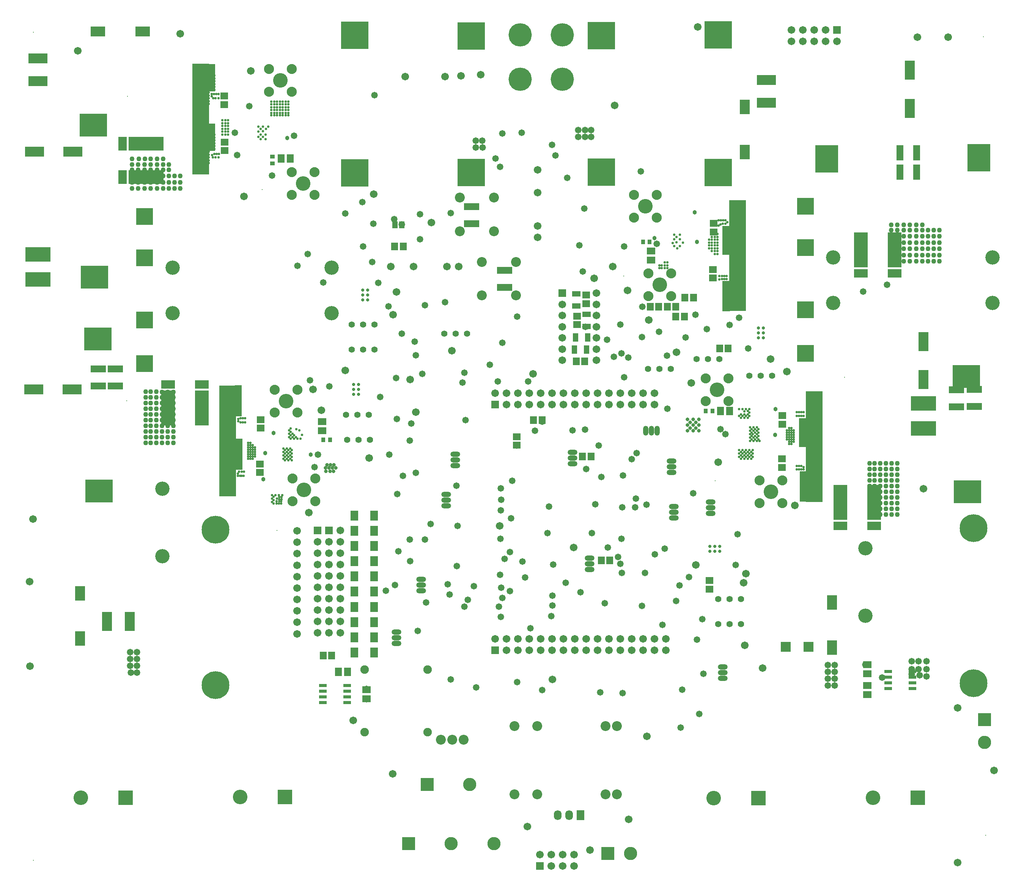
<source format=gbs>
G04 Layer_Color=16711935*
%FSLAX25Y25*%
%MOIN*%
G70*
G01*
G75*
%ADD134R,0.05918X0.06706*%
%ADD136R,0.06706X0.05918*%
%ADD137R,0.06706X0.06706*%
%ADD138R,0.05131X0.06312*%
%ADD140R,0.06706X0.06706*%
%ADD145R,0.07493X0.05131*%
%ADD147R,0.07099X0.08674*%
%ADD150R,0.13792X0.06312*%
%ADD151R,0.16548X0.08674*%
%ADD157R,0.07493X0.05918*%
%ADD158R,0.05918X0.07493*%
%ADD161R,0.05131X0.07493*%
%ADD168R,0.06902X0.03162*%
%ADD170R,0.08674X0.12611*%
%ADD171R,0.12611X0.08674*%
%ADD175R,0.08674X0.16548*%
%ADD177R,0.22453X0.12611*%
%ADD188C,0.06706*%
%ADD189C,0.00800*%
%ADD190C,0.08674*%
%ADD191O,0.04737X0.08674*%
%ADD192O,0.04737X0.08674*%
%ADD193O,0.08674X0.04737*%
%ADD194O,0.08674X0.04737*%
%ADD195C,0.07493*%
%ADD196C,0.05524*%
%ADD197C,0.08800*%
%ADD198C,0.12800*%
%ADD199R,0.08674X0.08674*%
%ADD200R,0.11627X0.11627*%
%ADD201C,0.11627*%
%ADD202R,0.12800X0.12800*%
%ADD203R,0.14579X0.14579*%
%ADD204C,0.12611*%
%ADD205R,0.11627X0.11627*%
%ADD206C,0.20485*%
%ADD207R,0.08674X0.08674*%
%ADD208R,0.24422X0.24422*%
%ADD209C,0.16548*%
%ADD210O,0.06706X0.08674*%
%ADD211R,0.06706X0.08674*%
%ADD212C,0.24422*%
%ADD213C,0.05800*%
%ADD214C,0.04300*%
%ADD215C,0.02300*%
%ADD216C,0.03800*%
%ADD217C,0.03300*%
%ADD218C,0.02768*%
%ADD219R,0.03556X0.04343*%
%ADD220R,0.04343X0.03556*%
%ADD221R,0.20485X0.24422*%
%ADD222R,0.24422X0.20485*%
%ADD223R,0.12414X0.07414*%
%ADD224R,0.12414X0.30800*%
%ADD225R,0.14800X0.97300*%
%ADD226R,0.06600X0.26900*%
%ADD227R,0.06100X0.27400*%
%ADD228R,0.06300X0.24300*%
%ADD229R,0.07414X0.12414*%
%ADD230R,0.30800X0.12414*%
%ADD231R,0.06800X0.26800*%
%ADD232R,0.06800X0.25800*%
%ADD233R,0.06312X0.13792*%
D134*
X1847760Y2449000D02*
D03*
X1855240D02*
D03*
X1864260Y2357500D02*
D03*
X1871740D02*
D03*
X1620020Y2274000D02*
D03*
X1627500D02*
D03*
X1842260Y2532500D02*
D03*
X1849740D02*
D03*
X1907260Y2580500D02*
D03*
X1914740D02*
D03*
X1922260D02*
D03*
X1929740D02*
D03*
X1929760Y2572000D02*
D03*
X1937240D02*
D03*
X1937760Y2588500D02*
D03*
X1945240D02*
D03*
X1804760Y2481000D02*
D03*
X1812240D02*
D03*
X1968260Y2544000D02*
D03*
X1975740D02*
D03*
X1690240Y2633500D02*
D03*
X1682760D02*
D03*
D136*
X1843000Y2572240D02*
D03*
Y2564760D02*
D03*
X1851000Y2590740D02*
D03*
Y2583260D02*
D03*
X1959500Y2332260D02*
D03*
Y2339740D02*
D03*
X1790000Y2466240D02*
D03*
Y2458760D02*
D03*
X1565000Y2473760D02*
D03*
Y2481240D02*
D03*
X1564500Y2442240D02*
D03*
Y2434760D02*
D03*
X1533000Y2758260D02*
D03*
Y2765740D02*
D03*
X1533500Y2725240D02*
D03*
Y2717760D02*
D03*
X2023000Y2446740D02*
D03*
Y2439260D02*
D03*
X2023500Y2477260D02*
D03*
Y2484740D02*
D03*
X1962500Y2613240D02*
D03*
Y2605760D02*
D03*
X1963000Y2646260D02*
D03*
Y2653740D02*
D03*
D137*
X1771000Y2278500D02*
D03*
X2071500Y2824000D02*
D03*
X1771000Y2494500D02*
D03*
X1830079Y2592528D02*
D03*
X1810500Y2088894D02*
D03*
D138*
X1683047Y2652500D02*
D03*
X1688953D02*
D03*
D140*
X1625000Y2384000D02*
D03*
X1615000D02*
D03*
D145*
X1851500Y2573815D02*
D03*
Y2563185D02*
D03*
X1842500Y2591815D02*
D03*
Y2581185D02*
D03*
D147*
X1664661Y2276500D02*
D03*
X1647339D02*
D03*
X1664661Y2397000D02*
D03*
X1647339D02*
D03*
X1664661Y2383611D02*
D03*
X1647339D02*
D03*
X1664661Y2370222D02*
D03*
X1647339D02*
D03*
X1664661Y2356833D02*
D03*
X1647339D02*
D03*
X1664661Y2343444D02*
D03*
X1647339D02*
D03*
X1664661Y2330056D02*
D03*
X1647339D02*
D03*
X1664661Y2316667D02*
D03*
X1647339D02*
D03*
X1664661Y2303278D02*
D03*
X1647339D02*
D03*
X1664661Y2289889D02*
D03*
X1647339D02*
D03*
D150*
X1779500Y2612480D02*
D03*
Y2597520D02*
D03*
X1437400Y2525980D02*
D03*
Y2511020D02*
D03*
X1422400Y2525980D02*
D03*
Y2511020D02*
D03*
X2176500Y2507480D02*
D03*
Y2492520D02*
D03*
X2192000Y2507980D02*
D03*
Y2493020D02*
D03*
X1750500Y2653520D02*
D03*
Y2668480D02*
D03*
D151*
X1369500Y2799000D02*
D03*
Y2779000D02*
D03*
X1366500Y2717000D02*
D03*
X1400000D02*
D03*
X1399200Y2508000D02*
D03*
X1365700D02*
D03*
X2009500Y2760000D02*
D03*
Y2780000D02*
D03*
D157*
X1658000Y2236000D02*
D03*
Y2244000D02*
D03*
X1907878Y2621500D02*
D03*
Y2629500D02*
D03*
X1619000Y2479500D02*
D03*
Y2471500D02*
D03*
X2098000Y2266000D02*
D03*
Y2258000D02*
D03*
Y2239500D02*
D03*
Y2247500D02*
D03*
D158*
X1590912Y2710912D02*
D03*
X1582912D02*
D03*
X1633500Y2259500D02*
D03*
X1641500D02*
D03*
X1977000Y2489000D02*
D03*
X1969000D02*
D03*
D161*
X1841685Y2553500D02*
D03*
X1852315D02*
D03*
X1840685Y2543000D02*
D03*
X1851315D02*
D03*
D168*
X1641075Y2232543D02*
D03*
Y2237563D02*
D03*
Y2242583D02*
D03*
Y2247602D02*
D03*
X1619815D02*
D03*
Y2242583D02*
D03*
Y2237563D02*
D03*
Y2232543D02*
D03*
X2116425Y2259957D02*
D03*
Y2254937D02*
D03*
Y2249917D02*
D03*
Y2244898D02*
D03*
X2137685D02*
D03*
Y2249917D02*
D03*
Y2254937D02*
D03*
Y2259957D02*
D03*
D170*
X1406500Y2328402D02*
D03*
Y2288902D02*
D03*
X1990500Y2716598D02*
D03*
Y2756098D02*
D03*
X2067000Y2320402D02*
D03*
Y2280902D02*
D03*
D171*
X1461402Y2822500D02*
D03*
X1421902D02*
D03*
D175*
X2135500Y2755000D02*
D03*
Y2788500D02*
D03*
X2147500Y2550000D02*
D03*
Y2516500D02*
D03*
X1450000Y2304000D02*
D03*
X1430000D02*
D03*
D177*
X1369500Y2604500D02*
D03*
Y2626500D02*
D03*
X2147500Y2473500D02*
D03*
Y2495500D02*
D03*
D188*
X2013000Y2534500D02*
D03*
X1681500Y2573500D02*
D03*
X1930500Y2540500D02*
D03*
X1775000Y2388000D02*
D03*
X1804500Y2521500D02*
D03*
X1943500Y2513500D02*
D03*
X1684500Y2593500D02*
D03*
X2027500Y2523500D02*
D03*
X1733000Y2542000D02*
D03*
X1947500Y2353500D02*
D03*
X1991500Y2346000D02*
D03*
X1664500Y2679500D02*
D03*
X1990500Y2283000D02*
D03*
X1989500Y2338000D02*
D03*
X1858000Y2605500D02*
D03*
X1840000Y2369000D02*
D03*
X1906000Y2569000D02*
D03*
X1618500Y2489500D02*
D03*
X1660500Y2447500D02*
D03*
X1639500Y2524500D02*
D03*
X1701500Y2488000D02*
D03*
X1597165Y2373444D02*
D03*
Y2363389D02*
D03*
Y2353333D02*
D03*
Y2303056D02*
D03*
Y2313111D02*
D03*
Y2323167D02*
D03*
Y2293000D02*
D03*
Y2333222D02*
D03*
Y2383500D02*
D03*
Y2343278D02*
D03*
X2177500Y2092000D02*
D03*
Y2228000D02*
D03*
X2147500Y2420500D02*
D03*
X2209500Y2173000D02*
D03*
X1365000Y2394000D02*
D03*
X1362500Y2264500D02*
D03*
X1771000Y2288500D02*
D03*
X1781000Y2278500D02*
D03*
Y2288500D02*
D03*
X1791000Y2278500D02*
D03*
Y2288500D02*
D03*
X1801000Y2278500D02*
D03*
Y2288500D02*
D03*
X1811000Y2278500D02*
D03*
Y2288500D02*
D03*
X1821000Y2278500D02*
D03*
Y2288500D02*
D03*
X1831000Y2278500D02*
D03*
Y2288500D02*
D03*
X1841000Y2278500D02*
D03*
Y2288500D02*
D03*
X1851000Y2278500D02*
D03*
Y2288500D02*
D03*
X1861000Y2278500D02*
D03*
Y2288500D02*
D03*
X1871000Y2278500D02*
D03*
Y2288500D02*
D03*
X1881000Y2278500D02*
D03*
Y2288500D02*
D03*
X1891000Y2278500D02*
D03*
Y2288500D02*
D03*
X1901000Y2278500D02*
D03*
Y2288500D02*
D03*
X1911000Y2278500D02*
D03*
Y2288500D02*
D03*
X1921000Y2278500D02*
D03*
Y2288500D02*
D03*
X1635000Y2384000D02*
D03*
X1625000Y2374000D02*
D03*
X1635000D02*
D03*
X1625000Y2364000D02*
D03*
X1635000D02*
D03*
X1625000Y2354000D02*
D03*
X1635000D02*
D03*
X1625000Y2344000D02*
D03*
X1635000D02*
D03*
X1625000Y2334000D02*
D03*
X1635000D02*
D03*
X1625000Y2324000D02*
D03*
X1635000D02*
D03*
X1625000Y2314000D02*
D03*
X1635000D02*
D03*
X1625000Y2304000D02*
D03*
X1635000D02*
D03*
X1625000Y2294000D02*
D03*
X1635000D02*
D03*
X1615000Y2364000D02*
D03*
Y2294000D02*
D03*
Y2304000D02*
D03*
Y2314000D02*
D03*
Y2324000D02*
D03*
Y2334000D02*
D03*
Y2344000D02*
D03*
Y2354000D02*
D03*
Y2374000D02*
D03*
X2031500Y2814000D02*
D03*
Y2824000D02*
D03*
X2041500Y2814000D02*
D03*
Y2824000D02*
D03*
X2051500Y2814000D02*
D03*
Y2824000D02*
D03*
X2061500Y2814000D02*
D03*
Y2824000D02*
D03*
X2071500Y2814000D02*
D03*
X1771000Y2504500D02*
D03*
X1781000Y2494500D02*
D03*
Y2504500D02*
D03*
X1791000Y2494500D02*
D03*
Y2504500D02*
D03*
X1801000Y2494500D02*
D03*
Y2504500D02*
D03*
X1811000Y2494500D02*
D03*
Y2504500D02*
D03*
X1821000Y2494500D02*
D03*
Y2504500D02*
D03*
X1831000Y2494500D02*
D03*
Y2504500D02*
D03*
X1841000Y2494500D02*
D03*
Y2504500D02*
D03*
X1851000Y2494500D02*
D03*
Y2504500D02*
D03*
X1861000Y2494500D02*
D03*
Y2504500D02*
D03*
X1871000Y2494500D02*
D03*
Y2504500D02*
D03*
X1881000Y2494500D02*
D03*
Y2504500D02*
D03*
X1891000Y2494500D02*
D03*
Y2504500D02*
D03*
X1901000Y2494500D02*
D03*
Y2504500D02*
D03*
X1911000Y2494500D02*
D03*
Y2504500D02*
D03*
X1860000Y2533472D02*
D03*
Y2543315D02*
D03*
Y2553157D02*
D03*
Y2563000D02*
D03*
Y2572842D02*
D03*
Y2582685D02*
D03*
Y2592528D02*
D03*
X1830079Y2533472D02*
D03*
Y2543315D02*
D03*
Y2553157D02*
D03*
Y2563000D02*
D03*
Y2572842D02*
D03*
Y2582685D02*
D03*
X1799500Y2123500D02*
D03*
X1888500Y2130000D02*
D03*
X1758500Y2784500D02*
D03*
X1887500Y2595000D02*
D03*
X1715000Y2654500D02*
D03*
X1876000Y2757500D02*
D03*
X1821500Y2253000D02*
D03*
X2142000Y2817500D02*
D03*
X1949000Y2826500D02*
D03*
X2006000Y2263000D02*
D03*
X1854500Y2103000D02*
D03*
X1727000Y2783000D02*
D03*
X1741000Y2783500D02*
D03*
X1874500Y2616000D02*
D03*
X1611000Y2508000D02*
D03*
X2034500Y2406000D02*
D03*
X1967000Y2444000D02*
D03*
X1607500Y2399500D02*
D03*
X2169000Y2817500D02*
D03*
X1681000Y2170000D02*
D03*
X1692000Y2783000D02*
D03*
X1494500Y2820500D02*
D03*
X1556500Y2788000D02*
D03*
X1550500Y2677500D02*
D03*
X1810500Y2098894D02*
D03*
X1820500Y2088894D02*
D03*
Y2098894D02*
D03*
X1830500Y2088894D02*
D03*
Y2098894D02*
D03*
X1840500Y2088894D02*
D03*
Y2098894D02*
D03*
X1904500Y2203000D02*
D03*
X1696500Y2516500D02*
D03*
X1646500Y2217000D02*
D03*
X1362000Y2339000D02*
D03*
X1404500Y2805500D02*
D03*
X1808488Y2700980D02*
D03*
Y2681000D02*
D03*
Y2651669D02*
D03*
Y2641630D02*
D03*
X1679500Y2616000D02*
D03*
X1699480D02*
D03*
X1728811D02*
D03*
X1738850D02*
D03*
D189*
X1884000Y2607500D02*
D03*
X1448000Y2765500D02*
D03*
X2078000Y2518500D02*
D03*
X1566500Y2683500D02*
D03*
X1447500Y2498000D02*
D03*
X1579500Y2384000D02*
D03*
X1964500Y2427500D02*
D03*
X2202000Y2116000D02*
D03*
X1365500Y2094000D02*
D03*
Y2822000D02*
D03*
X2200000Y2818000D02*
D03*
D190*
X1878000Y2212000D02*
D03*
X1868000D02*
D03*
X1808000D02*
D03*
X1788000D02*
D03*
Y2152000D02*
D03*
X1808000D02*
D03*
X1868000D02*
D03*
X1878000D02*
D03*
X1740000Y2676500D02*
D03*
Y2647000D02*
D03*
X1770000D02*
D03*
Y2676500D02*
D03*
X1789500Y2590500D02*
D03*
Y2620000D02*
D03*
X1759500D02*
D03*
Y2590500D02*
D03*
X1723500Y2200000D02*
D03*
X1733500D02*
D03*
X1743500D02*
D03*
D191*
X1903500Y2471500D02*
D03*
D192*
X1908500D02*
D03*
X1913500D02*
D03*
D193*
X1971000Y2264000D02*
D03*
X1736000Y2441000D02*
D03*
X1706000Y2331000D02*
D03*
X1684500Y2284500D02*
D03*
X1928000Y2405000D02*
D03*
X1839000Y2452500D02*
D03*
X1926000Y2445000D02*
D03*
X1960500Y2409000D02*
D03*
X1728000Y2405500D02*
D03*
X1854000Y2349500D02*
D03*
D194*
X1971000Y2259000D02*
D03*
Y2254000D02*
D03*
X1736000Y2446000D02*
D03*
Y2451000D02*
D03*
X1706000Y2336000D02*
D03*
Y2341000D02*
D03*
X1684500Y2289500D02*
D03*
Y2294500D02*
D03*
X1928000Y2395000D02*
D03*
Y2400000D02*
D03*
X1839000Y2447500D02*
D03*
Y2442500D02*
D03*
X1926000Y2440000D02*
D03*
Y2435000D02*
D03*
X1960500Y2404000D02*
D03*
Y2399000D02*
D03*
X1728000Y2410500D02*
D03*
Y2415500D02*
D03*
X1854000Y2354500D02*
D03*
Y2359500D02*
D03*
D195*
X1656500Y2261618D02*
D03*
X1711618D02*
D03*
Y2206500D02*
D03*
X1656500D02*
D03*
D196*
X1726500Y2557000D02*
D03*
X1736500D02*
D03*
X1746500D02*
D03*
X1925500Y2526000D02*
D03*
X1915500D02*
D03*
X1905500D02*
D03*
X1948000Y2534500D02*
D03*
X1958000D02*
D03*
X1968000D02*
D03*
X1994500Y2520000D02*
D03*
X2004500D02*
D03*
X2014500D02*
D03*
X1987000Y2323500D02*
D03*
X1977000D02*
D03*
X1967000D02*
D03*
X1987000Y2301500D02*
D03*
X1977000D02*
D03*
X1967000D02*
D03*
X1640000Y2485500D02*
D03*
X1650000D02*
D03*
X1660000D02*
D03*
X1641000Y2463500D02*
D03*
X1651000D02*
D03*
X1661000D02*
D03*
X1645000Y2565000D02*
D03*
X1655000D02*
D03*
X1665000D02*
D03*
X1645000Y2543000D02*
D03*
X1655000D02*
D03*
X1665000D02*
D03*
D197*
X1956000Y2517500D02*
D03*
X1976000D02*
D03*
Y2497500D02*
D03*
X1956000D02*
D03*
X1905835Y2610000D02*
D03*
X1925835D02*
D03*
Y2590000D02*
D03*
X1905835D02*
D03*
X1572500Y2789500D02*
D03*
X1592500D02*
D03*
Y2769500D02*
D03*
X1572500D02*
D03*
X1613000Y2429500D02*
D03*
Y2409500D02*
D03*
X1593000D02*
D03*
Y2429500D02*
D03*
X1577500Y2487500D02*
D03*
X1597500D02*
D03*
Y2507500D02*
D03*
X1577500D02*
D03*
X1592500Y2679000D02*
D03*
X1612500D02*
D03*
Y2699000D02*
D03*
X1592500D02*
D03*
X1893000Y2659000D02*
D03*
X1913000D02*
D03*
Y2679000D02*
D03*
X1893000D02*
D03*
X2003500Y2408000D02*
D03*
X2023500D02*
D03*
Y2428000D02*
D03*
X2003500D02*
D03*
D198*
X1966000Y2507500D02*
D03*
X1407000Y2149000D02*
D03*
X1915835Y2600000D02*
D03*
X1582500Y2779500D02*
D03*
X1603000Y2419500D02*
D03*
X1587500Y2497500D02*
D03*
X1602500Y2689000D02*
D03*
X1903000Y2669000D02*
D03*
X1547000Y2149500D02*
D03*
X2103130Y2149000D02*
D03*
X1963130Y2148500D02*
D03*
X2013500Y2418000D02*
D03*
D199*
X1369500Y2799000D02*
D03*
Y2779000D02*
D03*
X1461402Y2822500D02*
D03*
X1421902D02*
D03*
X1366500Y2717000D02*
D03*
X1400000D02*
D03*
X1399200Y2508000D02*
D03*
X1365700D02*
D03*
X2009500Y2760000D02*
D03*
Y2780000D02*
D03*
D200*
X1870020Y2100000D02*
D03*
X1695020Y2108685D02*
D03*
X1711300Y2160400D02*
D03*
D201*
X1890000Y2100000D02*
D03*
X1732500Y2108685D02*
D03*
X1769980D02*
D03*
X1748800Y2160400D02*
D03*
X2200936Y2197626D02*
D03*
D202*
X1446370Y2149000D02*
D03*
X1586370Y2149500D02*
D03*
X2142500Y2149000D02*
D03*
X2002500Y2148500D02*
D03*
D203*
X1463012Y2623500D02*
D03*
Y2660000D02*
D03*
Y2569000D02*
D03*
Y2530500D02*
D03*
X2043512Y2632500D02*
D03*
Y2669000D02*
D03*
Y2578000D02*
D03*
Y2539500D02*
D03*
D204*
X1627472Y2575000D02*
D03*
X1487528D02*
D03*
Y2615000D02*
D03*
X1627472D02*
D03*
X1478795Y2361346D02*
D03*
Y2420512D02*
D03*
X2096500Y2309000D02*
D03*
Y2368165D02*
D03*
X2207972Y2584000D02*
D03*
X2068028D02*
D03*
Y2624000D02*
D03*
X2207972D02*
D03*
D205*
X2200936Y2217606D02*
D03*
D206*
X1830000Y2819500D02*
D03*
X1793000D02*
D03*
Y2780500D02*
D03*
X1830000D02*
D03*
D207*
X1406500Y2328402D02*
D03*
Y2288902D02*
D03*
X2135500Y2755000D02*
D03*
Y2788500D02*
D03*
X2147500Y2550000D02*
D03*
Y2516500D02*
D03*
X2046500Y2281500D02*
D03*
X2026500D02*
D03*
X1450000Y2304000D02*
D03*
X1430000D02*
D03*
X1990500Y2716598D02*
D03*
Y2756098D02*
D03*
X2067000Y2320402D02*
D03*
Y2280902D02*
D03*
D208*
X1750110Y2818567D02*
D03*
Y2698567D02*
D03*
X1647610Y2698067D02*
D03*
Y2819067D02*
D03*
X1864390Y2698933D02*
D03*
Y2818933D02*
D03*
X1966890Y2819433D02*
D03*
Y2698433D02*
D03*
D209*
X2062402Y2710500D02*
D03*
X2195902Y2711500D02*
D03*
X1418000Y2740098D02*
D03*
X1419000Y2606598D02*
D03*
X1422000Y2552098D02*
D03*
X1423000Y2418598D02*
D03*
X2185992Y2417980D02*
D03*
X2185000Y2519244D02*
D03*
D210*
X1826000Y2133500D02*
D03*
X1836000D02*
D03*
D211*
X1846000D02*
D03*
D212*
X1525500Y2248000D02*
D03*
Y2384500D02*
D03*
X2191500Y2386000D02*
D03*
Y2249500D02*
D03*
D213*
X2137000Y2257500D02*
D03*
X2144000Y2256500D02*
D03*
X1777500Y2733000D02*
D03*
X1844000Y2736000D02*
D03*
X1850000D02*
D03*
X1794500Y2733500D02*
D03*
X1947000Y2573500D02*
D03*
X1900500Y2580500D02*
D03*
X1938500Y2553500D02*
D03*
X1784000Y2365000D02*
D03*
X1785000Y2394500D02*
D03*
X1668500Y2601500D02*
D03*
X1689000Y2653000D02*
D03*
X1850000Y2472500D02*
D03*
X2063500Y2253500D02*
D03*
Y2259500D02*
D03*
X1950500Y2222500D02*
D03*
X1934000Y2210500D02*
D03*
X1754500Y2246000D02*
D03*
X1895500Y2452000D02*
D03*
X1862000Y2458500D02*
D03*
X1776000Y2421000D02*
D03*
X1839000Y2472000D02*
D03*
X1745000Y2481000D02*
D03*
X1744000Y2522500D02*
D03*
X1786000Y2427500D02*
D03*
X1864500Y2431000D02*
D03*
X1883500Y2432260D02*
D03*
X1891000Y2446500D02*
D03*
X1851000Y2438000D02*
D03*
X1870000Y2369000D02*
D03*
X1904000Y2406500D02*
D03*
X1859000Y2407000D02*
D03*
X1879000Y2360500D02*
D03*
X1846000Y2329500D02*
D03*
X1954000Y2258000D02*
D03*
X1920000Y2368000D02*
D03*
X1881000Y2354500D02*
D03*
X1894000Y2404260D02*
D03*
X1882740D02*
D03*
X1911500Y2363000D02*
D03*
X1882000Y2376500D02*
D03*
X1894740Y2411740D02*
D03*
X1882260Y2346500D02*
D03*
X1902760D02*
D03*
X1775750Y2376500D02*
D03*
X1738000Y2388000D02*
D03*
X1714500Y2389500D02*
D03*
X1709500Y2376000D02*
D03*
X1820500Y2308500D02*
D03*
X1797500Y2342500D02*
D03*
X1779500Y2359000D02*
D03*
X1795000Y2356500D02*
D03*
X1737000Y2423260D02*
D03*
X1701500Y2434500D02*
D03*
X1784000Y2330500D02*
D03*
X1777500Y2324500D02*
D03*
X1747000Y2323000D02*
D03*
X1710240Y2320500D02*
D03*
X1703000Y2295500D02*
D03*
X1790500Y2250500D02*
D03*
X1802000Y2298000D02*
D03*
X1775500Y2345000D02*
D03*
X1776500Y2333500D02*
D03*
X1774260Y2317000D02*
D03*
X1776000Y2308000D02*
D03*
X1821500Y2326500D02*
D03*
Y2318000D02*
D03*
X1729500Y2336500D02*
D03*
X1744000Y2317000D02*
D03*
X1737500Y2352500D02*
D03*
X1732000Y2253000D02*
D03*
X1731000Y2327500D02*
D03*
X1752500Y2335000D02*
D03*
X1776000Y2401500D02*
D03*
X1683000Y2336000D02*
D03*
X1922000Y2537500D02*
D03*
X1675000Y2331000D02*
D03*
X1776500Y2411000D02*
D03*
X1884500Y2518500D02*
D03*
X1915000Y2558500D02*
D03*
X1832953Y2338000D02*
D03*
X1900000Y2317500D02*
D03*
X1822000Y2354000D02*
D03*
X1817000Y2381500D02*
D03*
X1856000D02*
D03*
X1818500Y2405000D02*
D03*
X1945000Y2416500D02*
D03*
X1655000Y2633500D02*
D03*
X1824000Y2713500D02*
D03*
X1834500Y2694000D02*
D03*
X1844847Y2634500D02*
D03*
X1883000Y2241000D02*
D03*
X1863500Y2241500D02*
D03*
X1888000Y2536000D02*
D03*
X1900000Y2554000D02*
D03*
X1800000Y2515000D02*
D03*
X1742500Y2514000D02*
D03*
X1685000Y2416000D02*
D03*
X1696500Y2357000D02*
D03*
X1707000Y2521500D02*
D03*
X1690000Y2431996D02*
D03*
X1709421Y2581740D02*
D03*
X1696000Y2376000D02*
D03*
X1686000Y2365500D02*
D03*
X1918000Y2301000D02*
D03*
X1867500Y2320000D02*
D03*
X1775500Y2703500D02*
D03*
X1771500Y2711000D02*
D03*
X1754000Y2720500D02*
D03*
X1760000D02*
D03*
X1754000Y2726500D02*
D03*
X1773500Y2515000D02*
D03*
X1790500Y2572000D02*
D03*
X1777500Y2549000D02*
D03*
X1848000Y2611500D02*
D03*
X1705000Y2640000D02*
D03*
X1985500Y2571000D02*
D03*
X1766500Y2529500D02*
D03*
X1727000Y2584500D02*
D03*
X1665000Y2766500D02*
D03*
X1606500Y2627000D02*
D03*
X1875500Y2536500D02*
D03*
X1882000Y2539500D02*
D03*
X1850425Y2562760D02*
D03*
X1922500Y2491000D02*
D03*
X1869500Y2551500D02*
D03*
X1881000Y2565000D02*
D03*
X1899000Y2699500D02*
D03*
X1689000Y2557000D02*
D03*
X1957000Y2561000D02*
D03*
X1993500Y2544000D02*
D03*
X1977000Y2564500D02*
D03*
X2115500Y2600000D02*
D03*
X2094500Y2594000D02*
D03*
X1930000Y2322000D02*
D03*
X1933000Y2335500D02*
D03*
X1948500Y2287760D02*
D03*
X1982500Y2353500D02*
D03*
X1941500Y2343000D02*
D03*
X1953000Y2306000D02*
D03*
X1984000Y2380500D02*
D03*
X2104000Y2388500D02*
D03*
X1812500Y2479500D02*
D03*
X1612500Y2439500D02*
D03*
X1790000Y2458500D02*
D03*
X1806000Y2471500D02*
D03*
X2063500Y2265500D02*
D03*
X2069500D02*
D03*
X1456500Y2277000D02*
D03*
Y2259000D02*
D03*
X1450500Y2271000D02*
D03*
Y2277000D02*
D03*
X1759815Y2726500D02*
D03*
X1658000Y2235500D02*
D03*
Y2244500D02*
D03*
X1456500Y2271000D02*
D03*
X1450500Y2265000D02*
D03*
X1456500D02*
D03*
X1451000Y2259000D02*
D03*
X1615500Y2450500D02*
D03*
X1555000Y2757000D02*
D03*
X1544500Y2714000D02*
D03*
X1542500Y2733500D02*
D03*
X1575000Y2696000D02*
D03*
X1705000Y2662000D02*
D03*
X2150000Y2255500D02*
D03*
Y2262000D02*
D03*
X2143000D02*
D03*
X2137000D02*
D03*
Y2269000D02*
D03*
X2143000D02*
D03*
X2150000D02*
D03*
X2069500Y2259500D02*
D03*
Y2247500D02*
D03*
Y2253500D02*
D03*
X2063500Y2247500D02*
D03*
X2096500Y2266000D02*
D03*
X2111000Y2254500D02*
D03*
X1594500Y2731000D02*
D03*
X1639500Y2662500D02*
D03*
X1654500Y2672500D02*
D03*
X1969000Y2473000D02*
D03*
X1973500Y2468500D02*
D03*
X1844000Y2730000D02*
D03*
X1850000D02*
D03*
X1855500Y2736000D02*
D03*
Y2730000D02*
D03*
X1821000Y2723000D02*
D03*
X1913000Y2636000D02*
D03*
X1884500Y2633500D02*
D03*
X1849500Y2667000D02*
D03*
X1732000Y2663000D02*
D03*
X1812500Y2243500D02*
D03*
X1625500Y2510500D02*
D03*
X1608500Y2516000D02*
D03*
X1670000Y2501260D02*
D03*
X1697500Y2478000D02*
D03*
X1597500Y2616500D02*
D03*
X1663000Y2620000D02*
D03*
X1620000Y2602000D02*
D03*
X1677500Y2580760D02*
D03*
X1700500Y2550000D02*
D03*
X1678000Y2450500D02*
D03*
X1684598Y2481902D02*
D03*
X1696000Y2463000D02*
D03*
X1684000Y2518000D02*
D03*
X1701500Y2538000D02*
D03*
X1664000Y2653500D02*
D03*
X1682500Y2657500D02*
D03*
X1935500Y2244000D02*
D03*
D214*
X1488500Y2505500D02*
D03*
X1483500D02*
D03*
X1478500D02*
D03*
X2151500Y2620500D02*
D03*
X2156500D02*
D03*
X2146500D02*
D03*
X2156500Y2631500D02*
D03*
Y2626000D02*
D03*
X2161500D02*
D03*
X2151500Y2631500D02*
D03*
Y2626000D02*
D03*
X2161500Y2620500D02*
D03*
X2156500Y2637000D02*
D03*
X2161500Y2631500D02*
D03*
X2146500Y2626000D02*
D03*
X1452000Y2710500D02*
D03*
X1463500D02*
D03*
X1458000D02*
D03*
X1463000Y2705500D02*
D03*
X1457500D02*
D03*
X1452000D02*
D03*
X1489500Y2684500D02*
D03*
Y2695500D02*
D03*
Y2690000D02*
D03*
X1494500Y2695500D02*
D03*
X1452000Y2701000D02*
D03*
X1457500D02*
D03*
X1463000D02*
D03*
X1468500D02*
D03*
X1474000D02*
D03*
X1479500D02*
D03*
X1452000Y2695500D02*
D03*
X1457500D02*
D03*
X1463000D02*
D03*
X1468500D02*
D03*
X1474000D02*
D03*
X1479500D02*
D03*
X1452000Y2690000D02*
D03*
X1457500D02*
D03*
X1463000D02*
D03*
X1468500D02*
D03*
X1474000D02*
D03*
X1479500D02*
D03*
X1452000Y2684500D02*
D03*
X1457500D02*
D03*
X1463000D02*
D03*
X1468500D02*
D03*
X1474000D02*
D03*
X1479500D02*
D03*
X1484500Y2701000D02*
D03*
Y2695500D02*
D03*
Y2690000D02*
D03*
Y2684500D02*
D03*
X1464000Y2501000D02*
D03*
Y2496000D02*
D03*
Y2491000D02*
D03*
Y2486000D02*
D03*
Y2481000D02*
D03*
Y2476000D02*
D03*
Y2471000D02*
D03*
Y2466000D02*
D03*
Y2461000D02*
D03*
Y2506000D02*
D03*
X1488500Y2501000D02*
D03*
Y2496000D02*
D03*
Y2491000D02*
D03*
Y2486000D02*
D03*
Y2481000D02*
D03*
Y2476000D02*
D03*
Y2471000D02*
D03*
Y2466000D02*
D03*
Y2461000D02*
D03*
X1483500Y2501000D02*
D03*
Y2496000D02*
D03*
Y2491000D02*
D03*
Y2486000D02*
D03*
Y2481000D02*
D03*
Y2476000D02*
D03*
Y2471000D02*
D03*
Y2466000D02*
D03*
Y2461000D02*
D03*
X1478500Y2501000D02*
D03*
Y2496000D02*
D03*
Y2491000D02*
D03*
Y2486000D02*
D03*
Y2481000D02*
D03*
Y2476000D02*
D03*
Y2471000D02*
D03*
Y2466000D02*
D03*
Y2461000D02*
D03*
X1473500Y2501000D02*
D03*
Y2496000D02*
D03*
Y2491000D02*
D03*
Y2486000D02*
D03*
Y2481000D02*
D03*
Y2476000D02*
D03*
Y2471000D02*
D03*
Y2466000D02*
D03*
Y2461000D02*
D03*
X1468500Y2506000D02*
D03*
Y2461000D02*
D03*
Y2466000D02*
D03*
Y2471000D02*
D03*
Y2476000D02*
D03*
Y2481000D02*
D03*
Y2486000D02*
D03*
Y2491000D02*
D03*
Y2496000D02*
D03*
Y2501000D02*
D03*
X1473500Y2506000D02*
D03*
X2114500Y2443000D02*
D03*
X2119500D02*
D03*
X2109500D02*
D03*
X2104500Y2438000D02*
D03*
Y2433000D02*
D03*
Y2428000D02*
D03*
Y2423000D02*
D03*
Y2418000D02*
D03*
Y2413000D02*
D03*
Y2408000D02*
D03*
Y2403000D02*
D03*
Y2398000D02*
D03*
Y2443000D02*
D03*
X2109500Y2398000D02*
D03*
Y2403000D02*
D03*
Y2408000D02*
D03*
Y2413000D02*
D03*
Y2418000D02*
D03*
Y2423000D02*
D03*
Y2428000D02*
D03*
Y2433000D02*
D03*
Y2438000D02*
D03*
X2114500Y2398000D02*
D03*
Y2403000D02*
D03*
Y2408000D02*
D03*
Y2413000D02*
D03*
Y2418000D02*
D03*
Y2423000D02*
D03*
Y2428000D02*
D03*
Y2433000D02*
D03*
Y2438000D02*
D03*
X2119500Y2398000D02*
D03*
Y2403000D02*
D03*
Y2408000D02*
D03*
Y2413000D02*
D03*
Y2418000D02*
D03*
Y2423000D02*
D03*
Y2428000D02*
D03*
Y2433000D02*
D03*
Y2438000D02*
D03*
X2124500Y2398000D02*
D03*
Y2403000D02*
D03*
Y2408000D02*
D03*
Y2413000D02*
D03*
Y2418000D02*
D03*
Y2423000D02*
D03*
Y2428000D02*
D03*
Y2433000D02*
D03*
Y2438000D02*
D03*
Y2443000D02*
D03*
X2100000D02*
D03*
Y2398000D02*
D03*
Y2403000D02*
D03*
Y2408000D02*
D03*
Y2413000D02*
D03*
Y2418000D02*
D03*
Y2423000D02*
D03*
Y2428000D02*
D03*
Y2433000D02*
D03*
Y2438000D02*
D03*
X2141000Y2620500D02*
D03*
X2135500D02*
D03*
X2130000D02*
D03*
X2124500D02*
D03*
X2119000D02*
D03*
X2141000Y2626000D02*
D03*
X2135500D02*
D03*
X2130000D02*
D03*
X2124500D02*
D03*
X2119000D02*
D03*
X2146500Y2631500D02*
D03*
X2141000D02*
D03*
X2135500D02*
D03*
X2130000D02*
D03*
X2124500D02*
D03*
X2119000D02*
D03*
X2146500Y2637000D02*
D03*
X2141000D02*
D03*
X2135500D02*
D03*
X2130000D02*
D03*
X2124500D02*
D03*
X2119000D02*
D03*
X2146500Y2642500D02*
D03*
X2141000D02*
D03*
X2135500D02*
D03*
X2130000D02*
D03*
X2124500D02*
D03*
X2119000D02*
D03*
X2146500Y2648000D02*
D03*
X2141000D02*
D03*
X2135500D02*
D03*
X2130000D02*
D03*
X2124500D02*
D03*
X2119000D02*
D03*
X2151500D02*
D03*
Y2642500D02*
D03*
Y2637000D02*
D03*
X2156500Y2648000D02*
D03*
Y2642500D02*
D03*
X2119000Y2652500D02*
D03*
X2124500D02*
D03*
X2130000D02*
D03*
X2135500D02*
D03*
X2141000D02*
D03*
X2146500D02*
D03*
X2161500Y2637000D02*
D03*
Y2642500D02*
D03*
Y2648000D02*
D03*
X1468500Y2710500D02*
D03*
Y2705500D02*
D03*
X1474000Y2710500D02*
D03*
Y2705500D02*
D03*
X1479500Y2710500D02*
D03*
X1484500Y2705500D02*
D03*
X1479500D02*
D03*
X1494500Y2684500D02*
D03*
Y2690000D02*
D03*
D215*
X1545500Y2482000D02*
D03*
X1547500Y2482500D02*
D03*
X1549500D02*
D03*
X1545500Y2480000D02*
D03*
X1547500Y2479000D02*
D03*
X1549500D02*
D03*
X1919878Y2614500D02*
D03*
X1915378Y2617000D02*
D03*
X1585000Y2447000D02*
D03*
Y2450000D02*
D03*
X1589500Y2445500D02*
D03*
X1588000Y2447000D02*
D03*
X1586500Y2445500D02*
D03*
X1585000Y2453000D02*
D03*
X1591000Y2447000D02*
D03*
X1589500Y2448500D02*
D03*
X1592500Y2445500D02*
D03*
X1588000Y2450000D02*
D03*
X1586500Y2448500D02*
D03*
X1585000Y2456000D02*
D03*
X1591000Y2450000D02*
D03*
X1589500Y2451500D02*
D03*
X1592500Y2448500D02*
D03*
X1588000Y2453000D02*
D03*
X1586500Y2451500D02*
D03*
X1591000Y2453000D02*
D03*
X1589500Y2454500D02*
D03*
X1592500Y2451500D02*
D03*
X1588000Y2456000D02*
D03*
X1586500Y2454500D02*
D03*
X1583300Y2411300D02*
D03*
X1583400Y2413100D02*
D03*
X1583100Y2407400D02*
D03*
Y2409600D02*
D03*
X1584000Y2415000D02*
D03*
X1523000Y2712000D02*
D03*
X1558000Y2447000D02*
D03*
X1556000D02*
D03*
X1554000D02*
D03*
X1560000Y2449000D02*
D03*
Y2451000D02*
D03*
Y2453000D02*
D03*
Y2455000D02*
D03*
Y2457000D02*
D03*
X1558000Y2449000D02*
D03*
Y2451000D02*
D03*
Y2453000D02*
D03*
Y2455000D02*
D03*
Y2457000D02*
D03*
X1556000Y2449000D02*
D03*
Y2451000D02*
D03*
Y2453000D02*
D03*
Y2455000D02*
D03*
Y2457000D02*
D03*
X1554000Y2449000D02*
D03*
Y2451000D02*
D03*
Y2453000D02*
D03*
Y2455000D02*
D03*
Y2457000D02*
D03*
Y2461000D02*
D03*
Y2459000D02*
D03*
X1556000D02*
D03*
X1558000D02*
D03*
X1556000Y2461000D02*
D03*
X1926878Y2636500D02*
D03*
X1935878Y2637000D02*
D03*
X1933378Y2644000D02*
D03*
Y2640000D02*
D03*
Y2634000D02*
D03*
X1930878Y2632000D02*
D03*
X1928378Y2634000D02*
D03*
X1930378Y2637221D02*
D03*
X1928378Y2640000D02*
D03*
X1930378Y2642000D02*
D03*
X1928378Y2644000D02*
D03*
X1571633Y2738912D02*
D03*
X1569633Y2736912D02*
D03*
X1569412Y2731912D02*
D03*
Y2727912D02*
D03*
X1566912Y2729912D02*
D03*
X1564912Y2727912D02*
D03*
X1562912Y2729912D02*
D03*
X1564912Y2731912D02*
D03*
X1562912Y2734412D02*
D03*
X1566912Y2738912D02*
D03*
Y2734912D02*
D03*
X1564912Y2736912D02*
D03*
X1562912Y2738912D02*
D03*
X1591500Y2464500D02*
D03*
X1599000Y2472000D02*
D03*
X1590000Y2466000D02*
D03*
X1581000Y2415000D02*
D03*
X1578000D02*
D03*
X1575000D02*
D03*
X1576500Y2413500D02*
D03*
X1575000Y2412000D02*
D03*
X1576500Y2410500D02*
D03*
X1575000Y2409000D02*
D03*
X1576500Y2407500D02*
D03*
X1591000Y2456000D02*
D03*
X1592500Y2454500D02*
D03*
X1997500D02*
D03*
Y2451500D02*
D03*
Y2448500D02*
D03*
X1996000Y2447000D02*
D03*
Y2450000D02*
D03*
Y2453000D02*
D03*
X1994500Y2454500D02*
D03*
Y2451500D02*
D03*
Y2448500D02*
D03*
X1993000Y2447000D02*
D03*
Y2450000D02*
D03*
Y2453000D02*
D03*
X1991500Y2454500D02*
D03*
Y2451500D02*
D03*
Y2448500D02*
D03*
X1990000Y2447000D02*
D03*
Y2450000D02*
D03*
Y2453000D02*
D03*
X1988500Y2454500D02*
D03*
Y2451500D02*
D03*
Y2448500D02*
D03*
X1987000Y2447000D02*
D03*
Y2450000D02*
D03*
Y2453000D02*
D03*
X1985500Y2454500D02*
D03*
Y2451500D02*
D03*
Y2448500D02*
D03*
X2001000Y2462500D02*
D03*
X1998000D02*
D03*
X1999500Y2464000D02*
D03*
X2001000Y2465500D02*
D03*
X2002500Y2467000D02*
D03*
X2001000Y2468500D02*
D03*
X1995000D02*
D03*
X1996500Y2470000D02*
D03*
X2002500D02*
D03*
X2001000Y2471500D02*
D03*
X1998000D02*
D03*
X1995000D02*
D03*
X1996500Y2473000D02*
D03*
X1999500D02*
D03*
X2002500D02*
D03*
X2001000Y2474500D02*
D03*
X1998000D02*
D03*
X1995000D02*
D03*
X1985500Y2484500D02*
D03*
X1988500D02*
D03*
X1991500D02*
D03*
X1994500D02*
D03*
X1993000Y2483000D02*
D03*
X1990000D02*
D03*
X1987000D02*
D03*
X1994500Y2487500D02*
D03*
X1993000Y2486000D02*
D03*
X1990000D02*
D03*
X1987000D02*
D03*
X1993000Y2489000D02*
D03*
X1994500Y2490500D02*
D03*
X1991500D02*
D03*
X1574412Y2748912D02*
D03*
X1576912D02*
D03*
X1579412D02*
D03*
X1581912D02*
D03*
X1584412D02*
D03*
X1586912D02*
D03*
X1589412D02*
D03*
Y2750912D02*
D03*
X1586912D02*
D03*
X1584412D02*
D03*
X1581912D02*
D03*
X1579412D02*
D03*
X1576912D02*
D03*
X1574412D02*
D03*
X1589412Y2753412D02*
D03*
X1586912D02*
D03*
X1584412D02*
D03*
X1581912D02*
D03*
X1579412D02*
D03*
X1576912D02*
D03*
X1574412D02*
D03*
X1589412Y2755912D02*
D03*
X1586912D02*
D03*
X1584412D02*
D03*
X1581912D02*
D03*
X1579412D02*
D03*
X1576912D02*
D03*
X1574412D02*
D03*
X1589412Y2758412D02*
D03*
X1586912D02*
D03*
X1584412D02*
D03*
X1581912D02*
D03*
X1579412D02*
D03*
X1576912D02*
D03*
X1574412D02*
D03*
X1589412Y2760912D02*
D03*
X1586912D02*
D03*
X1584412D02*
D03*
X1581912D02*
D03*
X1579412D02*
D03*
X1576912D02*
D03*
X1574412D02*
D03*
X1915378Y2614500D02*
D03*
X1922378Y2619500D02*
D03*
Y2617000D02*
D03*
Y2614500D02*
D03*
X1919878Y2619500D02*
D03*
Y2617000D02*
D03*
X1917378D02*
D03*
Y2614500D02*
D03*
X2040209Y2480697D02*
D03*
Y2478197D02*
D03*
Y2475697D02*
D03*
Y2473197D02*
D03*
Y2470697D02*
D03*
Y2468197D02*
D03*
X2057709Y2493197D02*
D03*
Y2490697D02*
D03*
Y2488197D02*
D03*
Y2485697D02*
D03*
Y2483197D02*
D03*
Y2480697D02*
D03*
Y2478197D02*
D03*
Y2475697D02*
D03*
Y2473197D02*
D03*
Y2470697D02*
D03*
Y2468197D02*
D03*
X2055209Y2493197D02*
D03*
Y2490697D02*
D03*
Y2488197D02*
D03*
Y2485697D02*
D03*
Y2483197D02*
D03*
Y2480697D02*
D03*
Y2478197D02*
D03*
Y2475697D02*
D03*
Y2473197D02*
D03*
Y2470697D02*
D03*
Y2468197D02*
D03*
X2052709Y2493197D02*
D03*
Y2490697D02*
D03*
Y2488197D02*
D03*
Y2485697D02*
D03*
Y2483197D02*
D03*
Y2480697D02*
D03*
Y2478197D02*
D03*
Y2475697D02*
D03*
Y2473197D02*
D03*
Y2470697D02*
D03*
Y2468197D02*
D03*
X2050209Y2493197D02*
D03*
Y2490697D02*
D03*
Y2488197D02*
D03*
Y2485697D02*
D03*
Y2483197D02*
D03*
Y2480697D02*
D03*
Y2478197D02*
D03*
Y2475697D02*
D03*
Y2473197D02*
D03*
Y2470697D02*
D03*
Y2468197D02*
D03*
X2047709Y2493197D02*
D03*
Y2490697D02*
D03*
Y2488197D02*
D03*
Y2485697D02*
D03*
Y2483197D02*
D03*
Y2480697D02*
D03*
Y2478197D02*
D03*
Y2475697D02*
D03*
Y2473197D02*
D03*
Y2470697D02*
D03*
Y2468197D02*
D03*
X2045209Y2493197D02*
D03*
Y2490697D02*
D03*
Y2488197D02*
D03*
Y2485697D02*
D03*
Y2483197D02*
D03*
Y2480697D02*
D03*
Y2478197D02*
D03*
Y2475697D02*
D03*
Y2473197D02*
D03*
Y2470697D02*
D03*
Y2468197D02*
D03*
X2042709Y2480697D02*
D03*
Y2478197D02*
D03*
Y2475697D02*
D03*
Y2473197D02*
D03*
Y2470697D02*
D03*
Y2468197D02*
D03*
X1972709Y2600500D02*
D03*
Y2598000D02*
D03*
Y2595500D02*
D03*
Y2593000D02*
D03*
Y2590500D02*
D03*
Y2588000D02*
D03*
X1990209Y2613000D02*
D03*
Y2610500D02*
D03*
Y2608000D02*
D03*
Y2605500D02*
D03*
Y2603000D02*
D03*
Y2600500D02*
D03*
Y2598000D02*
D03*
Y2595500D02*
D03*
Y2593000D02*
D03*
Y2590500D02*
D03*
Y2588000D02*
D03*
X1987709Y2613000D02*
D03*
Y2610500D02*
D03*
Y2608000D02*
D03*
Y2605500D02*
D03*
Y2603000D02*
D03*
Y2600500D02*
D03*
Y2598000D02*
D03*
Y2595500D02*
D03*
Y2593000D02*
D03*
Y2590500D02*
D03*
Y2588000D02*
D03*
X1985209Y2613000D02*
D03*
Y2610500D02*
D03*
Y2608000D02*
D03*
Y2605500D02*
D03*
Y2603000D02*
D03*
Y2600500D02*
D03*
Y2598000D02*
D03*
Y2595500D02*
D03*
Y2593000D02*
D03*
Y2590500D02*
D03*
Y2588000D02*
D03*
X1982709Y2613000D02*
D03*
Y2610500D02*
D03*
Y2608000D02*
D03*
Y2605500D02*
D03*
Y2603000D02*
D03*
Y2600500D02*
D03*
Y2598000D02*
D03*
Y2595500D02*
D03*
Y2593000D02*
D03*
Y2590500D02*
D03*
Y2588000D02*
D03*
X1980209Y2613000D02*
D03*
Y2610500D02*
D03*
Y2608000D02*
D03*
Y2605500D02*
D03*
Y2603000D02*
D03*
Y2600500D02*
D03*
Y2598000D02*
D03*
Y2595500D02*
D03*
Y2593000D02*
D03*
Y2590500D02*
D03*
Y2588000D02*
D03*
X1977709Y2608000D02*
D03*
Y2605500D02*
D03*
Y2603000D02*
D03*
Y2600500D02*
D03*
Y2598000D02*
D03*
Y2595500D02*
D03*
Y2593000D02*
D03*
Y2590500D02*
D03*
Y2588000D02*
D03*
X1975209Y2600500D02*
D03*
Y2598000D02*
D03*
Y2595500D02*
D03*
Y2593000D02*
D03*
Y2590500D02*
D03*
Y2588000D02*
D03*
X1972709Y2649500D02*
D03*
Y2647000D02*
D03*
Y2644500D02*
D03*
Y2642000D02*
D03*
Y2639500D02*
D03*
Y2637000D02*
D03*
X1990209Y2662000D02*
D03*
Y2659500D02*
D03*
Y2657000D02*
D03*
Y2654500D02*
D03*
Y2652000D02*
D03*
Y2649500D02*
D03*
Y2647000D02*
D03*
Y2644500D02*
D03*
Y2642000D02*
D03*
Y2639500D02*
D03*
Y2637000D02*
D03*
X1987709Y2662000D02*
D03*
Y2659500D02*
D03*
Y2657000D02*
D03*
Y2654500D02*
D03*
Y2652000D02*
D03*
Y2649500D02*
D03*
Y2647000D02*
D03*
Y2644500D02*
D03*
Y2642000D02*
D03*
Y2639500D02*
D03*
Y2637000D02*
D03*
X1985209Y2662000D02*
D03*
Y2659500D02*
D03*
Y2657000D02*
D03*
Y2654500D02*
D03*
Y2652000D02*
D03*
Y2649500D02*
D03*
Y2647000D02*
D03*
Y2644500D02*
D03*
Y2642000D02*
D03*
Y2639500D02*
D03*
Y2637000D02*
D03*
X1982709Y2662000D02*
D03*
Y2659500D02*
D03*
Y2657000D02*
D03*
Y2654500D02*
D03*
Y2652000D02*
D03*
Y2649500D02*
D03*
Y2647000D02*
D03*
Y2644500D02*
D03*
Y2642000D02*
D03*
Y2639500D02*
D03*
Y2637000D02*
D03*
X1980209Y2662000D02*
D03*
Y2659500D02*
D03*
Y2657000D02*
D03*
Y2654500D02*
D03*
Y2652000D02*
D03*
Y2649500D02*
D03*
Y2647000D02*
D03*
Y2644500D02*
D03*
Y2642000D02*
D03*
Y2639500D02*
D03*
Y2637000D02*
D03*
X1977709Y2662000D02*
D03*
Y2659500D02*
D03*
Y2657000D02*
D03*
Y2654500D02*
D03*
Y2652000D02*
D03*
Y2649500D02*
D03*
Y2647000D02*
D03*
Y2644500D02*
D03*
Y2642000D02*
D03*
Y2639500D02*
D03*
Y2637000D02*
D03*
X1975209Y2649500D02*
D03*
Y2647000D02*
D03*
Y2644500D02*
D03*
Y2642000D02*
D03*
Y2639500D02*
D03*
Y2637000D02*
D03*
X1524291Y2771303D02*
D03*
Y2773803D02*
D03*
Y2776303D02*
D03*
Y2778803D02*
D03*
Y2781303D02*
D03*
Y2783803D02*
D03*
X1506791Y2758803D02*
D03*
Y2761303D02*
D03*
Y2763803D02*
D03*
Y2766303D02*
D03*
Y2768803D02*
D03*
Y2771303D02*
D03*
Y2773803D02*
D03*
Y2776303D02*
D03*
Y2778803D02*
D03*
Y2781303D02*
D03*
Y2783803D02*
D03*
X1509291Y2758803D02*
D03*
Y2761303D02*
D03*
Y2763803D02*
D03*
Y2766303D02*
D03*
Y2768803D02*
D03*
Y2771303D02*
D03*
Y2773803D02*
D03*
Y2776303D02*
D03*
Y2778803D02*
D03*
Y2781303D02*
D03*
Y2783803D02*
D03*
X1511791Y2758803D02*
D03*
Y2761303D02*
D03*
Y2763803D02*
D03*
Y2766303D02*
D03*
Y2768803D02*
D03*
Y2771303D02*
D03*
Y2773803D02*
D03*
Y2776303D02*
D03*
Y2778803D02*
D03*
Y2781303D02*
D03*
Y2783803D02*
D03*
X1514291Y2758803D02*
D03*
Y2761303D02*
D03*
Y2763803D02*
D03*
Y2766303D02*
D03*
Y2768803D02*
D03*
Y2771303D02*
D03*
Y2773803D02*
D03*
Y2776303D02*
D03*
Y2778803D02*
D03*
Y2781303D02*
D03*
Y2783803D02*
D03*
X1516791Y2758803D02*
D03*
Y2761303D02*
D03*
Y2763803D02*
D03*
Y2766303D02*
D03*
Y2768803D02*
D03*
Y2771303D02*
D03*
Y2773803D02*
D03*
Y2776303D02*
D03*
Y2778803D02*
D03*
Y2781303D02*
D03*
Y2783803D02*
D03*
X1519291Y2758803D02*
D03*
Y2761303D02*
D03*
Y2763803D02*
D03*
Y2766303D02*
D03*
Y2768803D02*
D03*
Y2771303D02*
D03*
Y2773803D02*
D03*
Y2776303D02*
D03*
Y2778803D02*
D03*
Y2781303D02*
D03*
Y2783803D02*
D03*
X1521791Y2771303D02*
D03*
Y2773803D02*
D03*
Y2776303D02*
D03*
Y2778803D02*
D03*
Y2781303D02*
D03*
Y2783803D02*
D03*
X1547402Y2439303D02*
D03*
Y2441803D02*
D03*
Y2444303D02*
D03*
Y2446803D02*
D03*
Y2449303D02*
D03*
Y2451803D02*
D03*
X1529902Y2426803D02*
D03*
Y2429303D02*
D03*
Y2431803D02*
D03*
Y2434303D02*
D03*
Y2436803D02*
D03*
Y2439303D02*
D03*
Y2441803D02*
D03*
Y2444303D02*
D03*
Y2446803D02*
D03*
Y2449303D02*
D03*
Y2451803D02*
D03*
X1532402Y2426803D02*
D03*
Y2429303D02*
D03*
Y2431803D02*
D03*
Y2434303D02*
D03*
Y2436803D02*
D03*
Y2439303D02*
D03*
Y2441803D02*
D03*
Y2444303D02*
D03*
Y2446803D02*
D03*
Y2449303D02*
D03*
Y2451803D02*
D03*
X1534902Y2426803D02*
D03*
Y2429303D02*
D03*
Y2431803D02*
D03*
Y2434303D02*
D03*
Y2436803D02*
D03*
Y2439303D02*
D03*
Y2441803D02*
D03*
Y2444303D02*
D03*
Y2446803D02*
D03*
Y2449303D02*
D03*
Y2451803D02*
D03*
X1537402Y2426803D02*
D03*
Y2429303D02*
D03*
Y2431803D02*
D03*
Y2434303D02*
D03*
Y2436803D02*
D03*
Y2439303D02*
D03*
Y2441803D02*
D03*
Y2444303D02*
D03*
Y2446803D02*
D03*
Y2449303D02*
D03*
Y2451803D02*
D03*
X1539902Y2426803D02*
D03*
Y2429303D02*
D03*
Y2431803D02*
D03*
Y2434303D02*
D03*
Y2436803D02*
D03*
Y2439303D02*
D03*
Y2441803D02*
D03*
Y2444303D02*
D03*
Y2446803D02*
D03*
Y2449303D02*
D03*
Y2451803D02*
D03*
X1542402Y2426803D02*
D03*
Y2429303D02*
D03*
Y2431803D02*
D03*
Y2434303D02*
D03*
Y2436803D02*
D03*
Y2439303D02*
D03*
Y2441803D02*
D03*
Y2444303D02*
D03*
Y2446803D02*
D03*
Y2449303D02*
D03*
Y2451803D02*
D03*
X1544902Y2439303D02*
D03*
Y2441803D02*
D03*
Y2444303D02*
D03*
Y2446803D02*
D03*
Y2449303D02*
D03*
Y2451803D02*
D03*
X1547402Y2486591D02*
D03*
Y2489091D02*
D03*
Y2491591D02*
D03*
Y2494091D02*
D03*
Y2496591D02*
D03*
Y2499091D02*
D03*
X1529902Y2474091D02*
D03*
Y2476591D02*
D03*
Y2479091D02*
D03*
Y2481591D02*
D03*
Y2484091D02*
D03*
Y2486591D02*
D03*
Y2489091D02*
D03*
Y2491591D02*
D03*
Y2494091D02*
D03*
Y2496591D02*
D03*
Y2499091D02*
D03*
X1532402Y2474091D02*
D03*
Y2476591D02*
D03*
Y2479091D02*
D03*
Y2481591D02*
D03*
Y2484091D02*
D03*
Y2486591D02*
D03*
Y2489091D02*
D03*
Y2491591D02*
D03*
Y2494091D02*
D03*
Y2496591D02*
D03*
Y2499091D02*
D03*
X1534902Y2474091D02*
D03*
Y2476591D02*
D03*
Y2479091D02*
D03*
Y2481591D02*
D03*
Y2484091D02*
D03*
Y2486591D02*
D03*
Y2489091D02*
D03*
Y2491591D02*
D03*
Y2494091D02*
D03*
Y2496591D02*
D03*
Y2499091D02*
D03*
X1537402Y2474091D02*
D03*
Y2476591D02*
D03*
Y2479091D02*
D03*
Y2481591D02*
D03*
Y2484091D02*
D03*
Y2486591D02*
D03*
Y2489091D02*
D03*
Y2491591D02*
D03*
Y2494091D02*
D03*
Y2496591D02*
D03*
Y2499091D02*
D03*
X1539902Y2474091D02*
D03*
Y2476591D02*
D03*
Y2479091D02*
D03*
Y2481591D02*
D03*
Y2484091D02*
D03*
Y2486591D02*
D03*
Y2489091D02*
D03*
Y2491591D02*
D03*
Y2494091D02*
D03*
Y2496591D02*
D03*
Y2499091D02*
D03*
X1542402Y2474091D02*
D03*
Y2476591D02*
D03*
Y2479091D02*
D03*
Y2481591D02*
D03*
Y2484091D02*
D03*
Y2486591D02*
D03*
Y2489091D02*
D03*
Y2491591D02*
D03*
Y2494091D02*
D03*
Y2496591D02*
D03*
Y2499091D02*
D03*
X1544902Y2486591D02*
D03*
Y2489091D02*
D03*
Y2491591D02*
D03*
Y2494091D02*
D03*
Y2496591D02*
D03*
Y2499091D02*
D03*
X1579500Y2412000D02*
D03*
X1579000Y2409500D02*
D03*
X1593000Y2466000D02*
D03*
X1594500Y2464500D02*
D03*
X1596000Y2466000D02*
D03*
X1597500Y2464500D02*
D03*
X1600000D02*
D03*
X1590000Y2469000D02*
D03*
X1591500Y2467500D02*
D03*
X1590000Y2472000D02*
D03*
X1594500Y2467500D02*
D03*
X1591500Y2473500D02*
D03*
Y2470500D02*
D03*
X1593000Y2469000D02*
D03*
X1601500Y2468000D02*
D03*
X1548500Y2435500D02*
D03*
X1545000Y2434000D02*
D03*
Y2432000D02*
D03*
X1547000D02*
D03*
X1548500D02*
D03*
X1550000D02*
D03*
X1546000Y2435500D02*
D03*
X1550500D02*
D03*
X1551500Y2479000D02*
D03*
Y2482500D02*
D03*
X1581200Y2409500D02*
D03*
X1581400Y2411300D02*
D03*
X1579000Y2407600D02*
D03*
X1581100Y2407400D02*
D03*
X1581400Y2413200D02*
D03*
X1596200Y2472800D02*
D03*
X1525500Y2712000D02*
D03*
X1528000D02*
D03*
X1526000Y2767500D02*
D03*
X1524000D02*
D03*
X1522000D02*
D03*
Y2765500D02*
D03*
X1523500Y2764000D02*
D03*
X1525500D02*
D03*
X1528000D02*
D03*
Y2767500D02*
D03*
X1531500Y2744500D02*
D03*
Y2742000D02*
D03*
Y2739500D02*
D03*
Y2737000D02*
D03*
Y2734500D02*
D03*
Y2732000D02*
D03*
X1534000Y2744500D02*
D03*
Y2742000D02*
D03*
Y2739500D02*
D03*
Y2737000D02*
D03*
Y2734500D02*
D03*
Y2732000D02*
D03*
X1536500Y2744500D02*
D03*
Y2742000D02*
D03*
Y2739500D02*
D03*
Y2737000D02*
D03*
Y2734500D02*
D03*
Y2732000D02*
D03*
X2042000Y2437500D02*
D03*
X2040000D02*
D03*
X2038000D02*
D03*
X2036000D02*
D03*
Y2440500D02*
D03*
X2038000D02*
D03*
X2040000D02*
D03*
X2042000Y2439500D02*
D03*
X2036000Y2488000D02*
D03*
Y2484500D02*
D03*
X2038000D02*
D03*
X2040000D02*
D03*
X2042000D02*
D03*
X2038000Y2488000D02*
D03*
X2040000D02*
D03*
X2042000D02*
D03*
X2029500Y2474000D02*
D03*
X2031500Y2472000D02*
D03*
X2029500D02*
D03*
X2027500D02*
D03*
Y2470000D02*
D03*
Y2468000D02*
D03*
Y2466000D02*
D03*
Y2464000D02*
D03*
X2029500Y2470000D02*
D03*
Y2468000D02*
D03*
Y2466000D02*
D03*
Y2464000D02*
D03*
Y2462000D02*
D03*
X2031500Y2470000D02*
D03*
Y2468000D02*
D03*
Y2466000D02*
D03*
Y2464000D02*
D03*
Y2462000D02*
D03*
X2033500Y2470000D02*
D03*
Y2468000D02*
D03*
Y2466000D02*
D03*
Y2464000D02*
D03*
Y2462000D02*
D03*
X2029500Y2460000D02*
D03*
X2031500D02*
D03*
X2033500Y2472000D02*
D03*
X2031500Y2474000D02*
D03*
X1999500Y2470000D02*
D03*
X1997500Y2468500D02*
D03*
X1999500Y2467000D02*
D03*
X1998000Y2465500D02*
D03*
X1996500Y2464000D02*
D03*
X2002500D02*
D03*
X1995000Y2462500D02*
D03*
X2003500D02*
D03*
X1996500Y2467000D02*
D03*
X1995000Y2465500D02*
D03*
X1985500Y2490500D02*
D03*
X1988500D02*
D03*
X1990000Y2488500D02*
D03*
X1522500Y2714000D02*
D03*
X1978000Y2610500D02*
D03*
Y2613000D02*
D03*
X1968000Y2607500D02*
D03*
X1970500D02*
D03*
X1972500D02*
D03*
X1968000Y2604500D02*
D03*
X1970500Y2605000D02*
D03*
X1972500D02*
D03*
X1974500D02*
D03*
Y2607500D02*
D03*
X1964500Y2604000D02*
D03*
Y2607500D02*
D03*
X1961500Y2604000D02*
D03*
Y2607500D02*
D03*
X1967500Y2656500D02*
D03*
X1969500D02*
D03*
X1971500D02*
D03*
X1973500D02*
D03*
X1967500Y2652000D02*
D03*
X1969000Y2653000D02*
D03*
X1971000Y2653500D02*
D03*
X1973500D02*
D03*
X1975000Y2655000D02*
D03*
X2040209Y2433500D02*
D03*
Y2431000D02*
D03*
Y2428500D02*
D03*
Y2426000D02*
D03*
Y2423500D02*
D03*
Y2421000D02*
D03*
X2057709Y2446000D02*
D03*
Y2443500D02*
D03*
Y2441000D02*
D03*
Y2438500D02*
D03*
Y2436000D02*
D03*
Y2433500D02*
D03*
Y2431000D02*
D03*
Y2428500D02*
D03*
Y2426000D02*
D03*
Y2423500D02*
D03*
Y2421000D02*
D03*
X2055209Y2446000D02*
D03*
Y2443500D02*
D03*
Y2441000D02*
D03*
Y2438500D02*
D03*
Y2436000D02*
D03*
Y2433500D02*
D03*
Y2431000D02*
D03*
Y2428500D02*
D03*
Y2426000D02*
D03*
Y2423500D02*
D03*
Y2421000D02*
D03*
X2052709Y2446000D02*
D03*
Y2443500D02*
D03*
Y2441000D02*
D03*
Y2438500D02*
D03*
Y2436000D02*
D03*
Y2433500D02*
D03*
Y2431000D02*
D03*
Y2428500D02*
D03*
Y2426000D02*
D03*
Y2423500D02*
D03*
Y2421000D02*
D03*
X2050209Y2446000D02*
D03*
Y2443500D02*
D03*
Y2441000D02*
D03*
Y2438500D02*
D03*
Y2436000D02*
D03*
Y2433500D02*
D03*
Y2431000D02*
D03*
Y2428500D02*
D03*
Y2426000D02*
D03*
Y2423500D02*
D03*
Y2421000D02*
D03*
X2047709Y2446000D02*
D03*
Y2443500D02*
D03*
Y2441000D02*
D03*
Y2438500D02*
D03*
Y2436000D02*
D03*
Y2433500D02*
D03*
Y2431000D02*
D03*
Y2428500D02*
D03*
Y2426000D02*
D03*
Y2423500D02*
D03*
Y2421000D02*
D03*
X2045209Y2446000D02*
D03*
Y2433500D02*
D03*
Y2431000D02*
D03*
Y2428500D02*
D03*
Y2426000D02*
D03*
Y2423500D02*
D03*
Y2421000D02*
D03*
X2042709Y2433500D02*
D03*
Y2431000D02*
D03*
Y2428500D02*
D03*
Y2426000D02*
D03*
Y2423500D02*
D03*
Y2421000D02*
D03*
X2045209Y2443500D02*
D03*
Y2438500D02*
D03*
Y2436000D02*
D03*
Y2441000D02*
D03*
X1966500Y2632000D02*
D03*
X1964000D02*
D03*
X1961500D02*
D03*
X1959000D02*
D03*
X1964000Y2627000D02*
D03*
X1966500Y2634500D02*
D03*
X1964000D02*
D03*
X1961500D02*
D03*
X1959000D02*
D03*
X1966500Y2627000D02*
D03*
Y2637000D02*
D03*
X1964000D02*
D03*
X1961500D02*
D03*
X1959000D02*
D03*
X1966500Y2629500D02*
D03*
Y2639500D02*
D03*
X1964000D02*
D03*
X1961500D02*
D03*
X1959000D02*
D03*
X1964000Y2629500D02*
D03*
X1966500Y2642000D02*
D03*
X1961500D02*
D03*
X1966500Y2644500D02*
D03*
X1961500Y2629500D02*
D03*
X1964000Y2642000D02*
D03*
X1524402Y2719303D02*
D03*
Y2721803D02*
D03*
Y2724303D02*
D03*
Y2726803D02*
D03*
Y2729303D02*
D03*
Y2731803D02*
D03*
X1506902Y2706803D02*
D03*
Y2709303D02*
D03*
Y2711803D02*
D03*
Y2714303D02*
D03*
Y2716803D02*
D03*
Y2719303D02*
D03*
Y2721803D02*
D03*
Y2724303D02*
D03*
Y2726803D02*
D03*
Y2729303D02*
D03*
Y2731803D02*
D03*
X1509402Y2706803D02*
D03*
Y2709303D02*
D03*
Y2711803D02*
D03*
Y2714303D02*
D03*
Y2716803D02*
D03*
Y2719303D02*
D03*
Y2721803D02*
D03*
Y2724303D02*
D03*
Y2726803D02*
D03*
Y2729303D02*
D03*
Y2731803D02*
D03*
X1511902Y2706803D02*
D03*
Y2709303D02*
D03*
Y2711803D02*
D03*
Y2714303D02*
D03*
Y2716803D02*
D03*
Y2719303D02*
D03*
Y2721803D02*
D03*
Y2724303D02*
D03*
Y2726803D02*
D03*
Y2729303D02*
D03*
Y2731803D02*
D03*
X1514402Y2706803D02*
D03*
Y2709303D02*
D03*
Y2711803D02*
D03*
Y2714303D02*
D03*
Y2716803D02*
D03*
Y2719303D02*
D03*
Y2721803D02*
D03*
Y2724303D02*
D03*
Y2726803D02*
D03*
Y2729303D02*
D03*
Y2731803D02*
D03*
X1516902Y2706803D02*
D03*
Y2709303D02*
D03*
Y2711803D02*
D03*
Y2714303D02*
D03*
Y2716803D02*
D03*
Y2719303D02*
D03*
Y2721803D02*
D03*
Y2724303D02*
D03*
Y2726803D02*
D03*
Y2729303D02*
D03*
Y2731803D02*
D03*
X1519402Y2706803D02*
D03*
Y2709303D02*
D03*
Y2711803D02*
D03*
Y2714303D02*
D03*
Y2716803D02*
D03*
Y2719303D02*
D03*
Y2721803D02*
D03*
Y2724303D02*
D03*
Y2726803D02*
D03*
Y2729303D02*
D03*
Y2731803D02*
D03*
X1521902Y2719303D02*
D03*
Y2721803D02*
D03*
Y2724303D02*
D03*
Y2726803D02*
D03*
Y2729303D02*
D03*
Y2731803D02*
D03*
X1524500Y2715000D02*
D03*
X1526500D02*
D03*
X1528500D02*
D03*
D216*
X1569000Y2452000D02*
D03*
X1946378Y2663500D02*
D03*
X1948378Y2637500D02*
D03*
X1567500Y2429000D02*
D03*
X2017500Y2490500D02*
D03*
X2017000Y2468000D02*
D03*
X1609000Y2450500D02*
D03*
X1588500Y2729000D02*
D03*
X1576500Y2469500D02*
D03*
X1911000Y2641000D02*
D03*
D217*
X1629500Y2441500D02*
D03*
X1626500D02*
D03*
X1623500D02*
D03*
X1629000Y2436000D02*
D03*
X1626000D02*
D03*
X1622500D02*
D03*
X1631000Y2439000D02*
D03*
X1628000D02*
D03*
X1625000D02*
D03*
X1622000D02*
D03*
X1945000Y2481500D02*
D03*
X1940000D02*
D03*
X1947500Y2474000D02*
D03*
X1940000Y2476500D02*
D03*
X1945000Y2471500D02*
D03*
X1940000D02*
D03*
X1942500Y2479000D02*
D03*
Y2474000D02*
D03*
X1947500Y2479000D02*
D03*
X1950000Y2481500D02*
D03*
Y2476500D02*
D03*
Y2471500D02*
D03*
X1945000Y2476500D02*
D03*
D218*
X1651165Y2512331D02*
D03*
Y2508000D02*
D03*
X1654606Y2595331D02*
D03*
X1658937D02*
D03*
X1654606Y2591000D02*
D03*
X1658937D02*
D03*
X1654606Y2586669D02*
D03*
X1658937D02*
D03*
X2006665Y2553169D02*
D03*
X2002335D02*
D03*
X2006665Y2557500D02*
D03*
X2002335D02*
D03*
X2006665Y2561831D02*
D03*
X2002335D02*
D03*
X1968331Y2369937D02*
D03*
Y2365606D02*
D03*
X1964000Y2369937D02*
D03*
Y2365606D02*
D03*
X1959669Y2369937D02*
D03*
Y2365606D02*
D03*
X1646835Y2512331D02*
D03*
Y2508000D02*
D03*
Y2503669D02*
D03*
X1651165D02*
D03*
D219*
X1900925Y2637500D02*
D03*
X1906831D02*
D03*
X1625953Y2463500D02*
D03*
X1620047D02*
D03*
X1956047Y2489000D02*
D03*
X1961953D02*
D03*
D220*
X1575500Y2706547D02*
D03*
Y2712453D02*
D03*
D221*
X2062402Y2710500D02*
D03*
X2195902Y2711500D02*
D03*
D222*
X1418000Y2740098D02*
D03*
X1419000Y2606598D02*
D03*
X1422000Y2552098D02*
D03*
X1423000Y2418598D02*
D03*
X2185992Y2417980D02*
D03*
X2185000Y2519244D02*
D03*
D223*
X1483702Y2512109D02*
D03*
X1513209D02*
D03*
X2104000Y2388000D02*
D03*
X2074492D02*
D03*
X2122008Y2609791D02*
D03*
X2092500D02*
D03*
D224*
X1483800Y2491400D02*
D03*
X1513308D02*
D03*
X2103902Y2408709D02*
D03*
X2074394D02*
D03*
X2121909Y2630500D02*
D03*
X2092402D02*
D03*
D225*
X1536000Y2462500D02*
D03*
X1512500Y2745500D02*
D03*
X2051500Y2457500D02*
D03*
X1984000Y2625500D02*
D03*
D226*
X1536000Y2469000D02*
D03*
D227*
X1545500Y2498000D02*
D03*
X1546000Y2451000D02*
D03*
D228*
X1522000Y2782000D02*
D03*
Y2729500D02*
D03*
D229*
X1443791Y2694402D02*
D03*
Y2723909D02*
D03*
D230*
X1464500Y2694500D02*
D03*
Y2724008D02*
D03*
D231*
X2042000Y2422500D02*
D03*
X1974000Y2590000D02*
D03*
D232*
X2041500Y2470000D02*
D03*
X1974000Y2639000D02*
D03*
D233*
X2126520Y2716000D02*
D03*
X2141480D02*
D03*
X2126520Y2699000D02*
D03*
X2141480D02*
D03*
M02*

</source>
